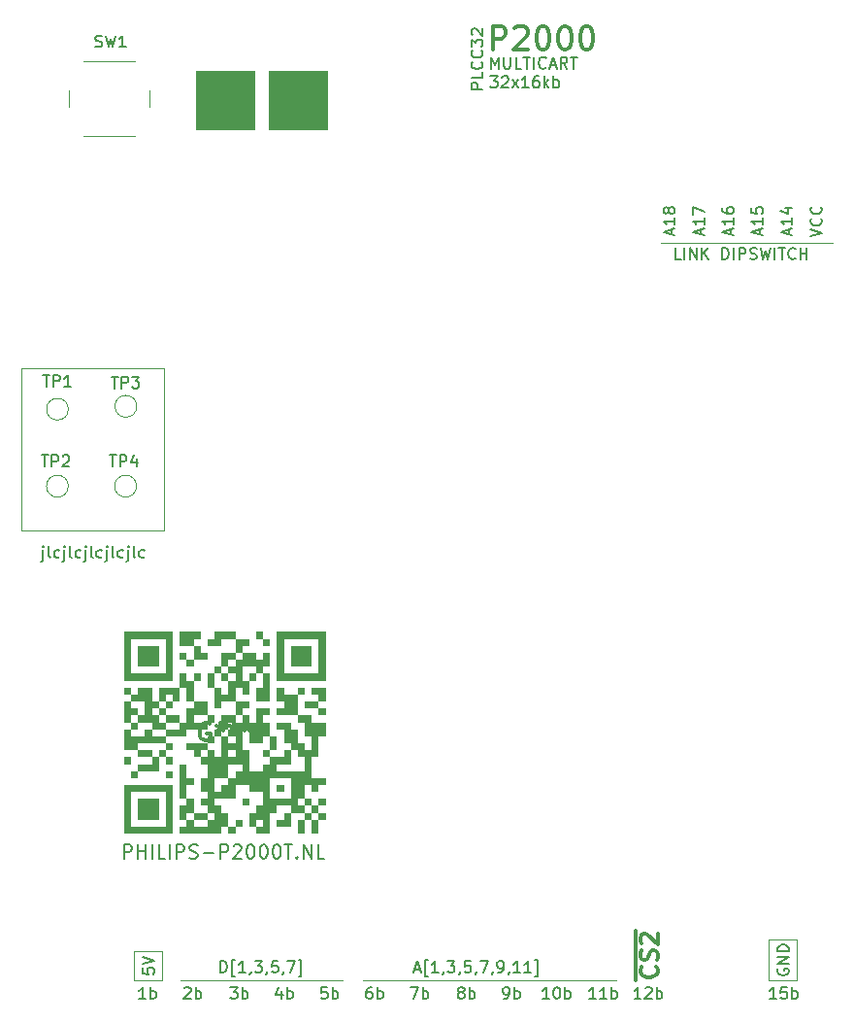
<source format=gbr>
G04 #@! TF.GenerationSoftware,KiCad,Pcbnew,(6.0.9)*
G04 #@! TF.CreationDate,2023-08-06T15:20:05+02:00*
G04 #@! TF.ProjectId,p2000t-multicartridge,70323030-3074-42d6-9d75-6c7469636172,rev?*
G04 #@! TF.SameCoordinates,Original*
G04 #@! TF.FileFunction,Legend,Top*
G04 #@! TF.FilePolarity,Positive*
%FSLAX46Y46*%
G04 Gerber Fmt 4.6, Leading zero omitted, Abs format (unit mm)*
G04 Created by KiCad (PCBNEW (6.0.9)) date 2023-08-06 15:20:05*
%MOMM*%
%LPD*%
G01*
G04 APERTURE LIST*
%ADD10C,0.200000*%
%ADD11C,0.120000*%
%ADD12C,0.150000*%
%ADD13C,0.300000*%
%ADD14C,2.000000*%
%ADD15C,1.500000*%
%ADD16R,1.600000X1.600000*%
%ADD17O,1.600000X1.600000*%
%ADD18C,1.600000*%
%ADD19R,1.700000X1.700000*%
%ADD20O,1.700000X1.700000*%
%ADD21R,2.000000X10.000000*%
%ADD22R,1.422400X1.422400*%
%ADD23C,1.422400*%
G04 APERTURE END LIST*
D10*
X53318857Y-120811857D02*
X53318857Y-119611857D01*
X53776000Y-119611857D01*
X53890285Y-119669000D01*
X53947428Y-119726142D01*
X54004571Y-119840428D01*
X54004571Y-120011857D01*
X53947428Y-120126142D01*
X53890285Y-120183285D01*
X53776000Y-120240428D01*
X53318857Y-120240428D01*
X54518857Y-120811857D02*
X54518857Y-119611857D01*
X54518857Y-120183285D02*
X55204571Y-120183285D01*
X55204571Y-120811857D02*
X55204571Y-119611857D01*
X55776000Y-120811857D02*
X55776000Y-119611857D01*
X56918857Y-120811857D02*
X56347428Y-120811857D01*
X56347428Y-119611857D01*
X57318857Y-120811857D02*
X57318857Y-119611857D01*
X57890285Y-120811857D02*
X57890285Y-119611857D01*
X58347428Y-119611857D01*
X58461714Y-119669000D01*
X58518857Y-119726142D01*
X58576000Y-119840428D01*
X58576000Y-120011857D01*
X58518857Y-120126142D01*
X58461714Y-120183285D01*
X58347428Y-120240428D01*
X57890285Y-120240428D01*
X59033142Y-120754714D02*
X59204571Y-120811857D01*
X59490285Y-120811857D01*
X59604571Y-120754714D01*
X59661714Y-120697571D01*
X59718857Y-120583285D01*
X59718857Y-120469000D01*
X59661714Y-120354714D01*
X59604571Y-120297571D01*
X59490285Y-120240428D01*
X59261714Y-120183285D01*
X59147428Y-120126142D01*
X59090285Y-120069000D01*
X59033142Y-119954714D01*
X59033142Y-119840428D01*
X59090285Y-119726142D01*
X59147428Y-119669000D01*
X59261714Y-119611857D01*
X59547428Y-119611857D01*
X59718857Y-119669000D01*
X60233142Y-120354714D02*
X61147428Y-120354714D01*
X61718857Y-120811857D02*
X61718857Y-119611857D01*
X62176000Y-119611857D01*
X62290285Y-119669000D01*
X62347428Y-119726142D01*
X62404571Y-119840428D01*
X62404571Y-120011857D01*
X62347428Y-120126142D01*
X62290285Y-120183285D01*
X62176000Y-120240428D01*
X61718857Y-120240428D01*
X62861714Y-119726142D02*
X62918857Y-119669000D01*
X63033142Y-119611857D01*
X63318857Y-119611857D01*
X63433142Y-119669000D01*
X63490285Y-119726142D01*
X63547428Y-119840428D01*
X63547428Y-119954714D01*
X63490285Y-120126142D01*
X62804571Y-120811857D01*
X63547428Y-120811857D01*
X64290285Y-119611857D02*
X64404571Y-119611857D01*
X64518857Y-119669000D01*
X64576000Y-119726142D01*
X64633142Y-119840428D01*
X64690285Y-120069000D01*
X64690285Y-120354714D01*
X64633142Y-120583285D01*
X64576000Y-120697571D01*
X64518857Y-120754714D01*
X64404571Y-120811857D01*
X64290285Y-120811857D01*
X64176000Y-120754714D01*
X64118857Y-120697571D01*
X64061714Y-120583285D01*
X64004571Y-120354714D01*
X64004571Y-120069000D01*
X64061714Y-119840428D01*
X64118857Y-119726142D01*
X64176000Y-119669000D01*
X64290285Y-119611857D01*
X65433142Y-119611857D02*
X65547428Y-119611857D01*
X65661714Y-119669000D01*
X65718857Y-119726142D01*
X65776000Y-119840428D01*
X65833142Y-120069000D01*
X65833142Y-120354714D01*
X65776000Y-120583285D01*
X65718857Y-120697571D01*
X65661714Y-120754714D01*
X65547428Y-120811857D01*
X65433142Y-120811857D01*
X65318857Y-120754714D01*
X65261714Y-120697571D01*
X65204571Y-120583285D01*
X65147428Y-120354714D01*
X65147428Y-120069000D01*
X65204571Y-119840428D01*
X65261714Y-119726142D01*
X65318857Y-119669000D01*
X65433142Y-119611857D01*
X66576000Y-119611857D02*
X66690285Y-119611857D01*
X66804571Y-119669000D01*
X66861714Y-119726142D01*
X66918857Y-119840428D01*
X66976000Y-120069000D01*
X66976000Y-120354714D01*
X66918857Y-120583285D01*
X66861714Y-120697571D01*
X66804571Y-120754714D01*
X66690285Y-120811857D01*
X66576000Y-120811857D01*
X66461714Y-120754714D01*
X66404571Y-120697571D01*
X66347428Y-120583285D01*
X66290285Y-120354714D01*
X66290285Y-120069000D01*
X66347428Y-119840428D01*
X66404571Y-119726142D01*
X66461714Y-119669000D01*
X66576000Y-119611857D01*
X67318857Y-119611857D02*
X68004571Y-119611857D01*
X67661714Y-120811857D02*
X67661714Y-119611857D01*
X68404571Y-120697571D02*
X68461714Y-120754714D01*
X68404571Y-120811857D01*
X68347428Y-120754714D01*
X68404571Y-120697571D01*
X68404571Y-120811857D01*
X68976000Y-120811857D02*
X68976000Y-119611857D01*
X69661714Y-120811857D01*
X69661714Y-119611857D01*
X70804571Y-120811857D02*
X70233142Y-120811857D01*
X70233142Y-119611857D01*
D11*
X65913000Y-52197000D02*
X70993000Y-52197000D01*
X70993000Y-52197000D02*
X70993000Y-57277000D01*
X70993000Y-57277000D02*
X65913000Y-57277000D01*
X65913000Y-57277000D02*
X65913000Y-52197000D01*
G36*
X65913000Y-52197000D02*
G01*
X70993000Y-52197000D01*
X70993000Y-57277000D01*
X65913000Y-57277000D01*
X65913000Y-52197000D01*
G37*
X59563000Y-52197000D02*
X64643000Y-52197000D01*
X64643000Y-52197000D02*
X64643000Y-57277000D01*
X64643000Y-57277000D02*
X59563000Y-57277000D01*
X59563000Y-57277000D02*
X59563000Y-52197000D01*
G36*
X59563000Y-52197000D02*
G01*
X64643000Y-52197000D01*
X64643000Y-57277000D01*
X59563000Y-57277000D01*
X59563000Y-52197000D01*
G37*
X54214000Y-128905000D02*
X54214000Y-131445000D01*
X109586000Y-131445000D02*
X111999000Y-131445000D01*
X109586000Y-127889000D02*
X109586000Y-131445000D01*
X44323000Y-78105000D02*
X44450000Y-78105000D01*
X74153000Y-131445000D02*
X96251000Y-131445000D01*
X45847000Y-92202000D02*
X44323000Y-92202000D01*
X56769000Y-78105000D02*
X56769000Y-92202000D01*
X44323000Y-92202000D02*
X44323000Y-78105000D01*
X58278000Y-131445000D02*
X72375000Y-131445000D01*
X111999000Y-131445000D02*
X111999000Y-127889000D01*
X56627000Y-131445000D02*
X56627000Y-128905000D01*
X100147000Y-67145000D02*
X115147000Y-67145000D01*
X56769000Y-92202000D02*
X45847000Y-92202000D01*
X111999000Y-127889000D02*
X109586000Y-127889000D01*
X44450000Y-78105000D02*
X56769000Y-78105000D01*
X54214000Y-131445000D02*
X56627000Y-131445000D01*
X56627000Y-128905000D02*
X54214000Y-128905000D01*
D12*
X86464142Y-133040380D02*
X86654619Y-133040380D01*
X86749857Y-132992761D01*
X86797476Y-132945142D01*
X86892714Y-132802285D01*
X86940333Y-132611809D01*
X86940333Y-132230857D01*
X86892714Y-132135619D01*
X86845095Y-132088000D01*
X86749857Y-132040380D01*
X86559380Y-132040380D01*
X86464142Y-132088000D01*
X86416523Y-132135619D01*
X86368904Y-132230857D01*
X86368904Y-132468952D01*
X86416523Y-132564190D01*
X86464142Y-132611809D01*
X86559380Y-132659428D01*
X86749857Y-132659428D01*
X86845095Y-132611809D01*
X86892714Y-132564190D01*
X86940333Y-132468952D01*
X87368904Y-133040380D02*
X87368904Y-132040380D01*
X87368904Y-132421333D02*
X87464142Y-132373714D01*
X87654619Y-132373714D01*
X87749857Y-132421333D01*
X87797476Y-132468952D01*
X87845095Y-132564190D01*
X87845095Y-132849904D01*
X87797476Y-132945142D01*
X87749857Y-132992761D01*
X87654619Y-133040380D01*
X87464142Y-133040380D01*
X87368904Y-132992761D01*
X74907095Y-132040380D02*
X74716619Y-132040380D01*
X74621380Y-132088000D01*
X74573761Y-132135619D01*
X74478523Y-132278476D01*
X74430904Y-132468952D01*
X74430904Y-132849904D01*
X74478523Y-132945142D01*
X74526142Y-132992761D01*
X74621380Y-133040380D01*
X74811857Y-133040380D01*
X74907095Y-132992761D01*
X74954714Y-132945142D01*
X75002333Y-132849904D01*
X75002333Y-132611809D01*
X74954714Y-132516571D01*
X74907095Y-132468952D01*
X74811857Y-132421333D01*
X74621380Y-132421333D01*
X74526142Y-132468952D01*
X74478523Y-132516571D01*
X74430904Y-132611809D01*
X75430904Y-133040380D02*
X75430904Y-132040380D01*
X75430904Y-132421333D02*
X75526142Y-132373714D01*
X75716619Y-132373714D01*
X75811857Y-132421333D01*
X75859476Y-132468952D01*
X75907095Y-132564190D01*
X75907095Y-132849904D01*
X75859476Y-132945142D01*
X75811857Y-132992761D01*
X75716619Y-133040380D01*
X75526142Y-133040380D01*
X75430904Y-132992761D01*
X82622380Y-132468952D02*
X82527142Y-132421333D01*
X82479523Y-132373714D01*
X82431904Y-132278476D01*
X82431904Y-132230857D01*
X82479523Y-132135619D01*
X82527142Y-132088000D01*
X82622380Y-132040380D01*
X82812857Y-132040380D01*
X82908095Y-132088000D01*
X82955714Y-132135619D01*
X83003333Y-132230857D01*
X83003333Y-132278476D01*
X82955714Y-132373714D01*
X82908095Y-132421333D01*
X82812857Y-132468952D01*
X82622380Y-132468952D01*
X82527142Y-132516571D01*
X82479523Y-132564190D01*
X82431904Y-132659428D01*
X82431904Y-132849904D01*
X82479523Y-132945142D01*
X82527142Y-132992761D01*
X82622380Y-133040380D01*
X82812857Y-133040380D01*
X82908095Y-132992761D01*
X82955714Y-132945142D01*
X83003333Y-132849904D01*
X83003333Y-132659428D01*
X82955714Y-132564190D01*
X82908095Y-132516571D01*
X82812857Y-132468952D01*
X83431904Y-133040380D02*
X83431904Y-132040380D01*
X83431904Y-132421333D02*
X83527142Y-132373714D01*
X83717619Y-132373714D01*
X83812857Y-132421333D01*
X83860476Y-132468952D01*
X83908095Y-132564190D01*
X83908095Y-132849904D01*
X83860476Y-132945142D01*
X83812857Y-132992761D01*
X83717619Y-133040380D01*
X83527142Y-133040380D01*
X83431904Y-132992761D01*
X67033095Y-132373714D02*
X67033095Y-133040380D01*
X66795000Y-131992761D02*
X66556904Y-132707047D01*
X67175952Y-132707047D01*
X67556904Y-133040380D02*
X67556904Y-132040380D01*
X67556904Y-132421333D02*
X67652142Y-132373714D01*
X67842619Y-132373714D01*
X67937857Y-132421333D01*
X67985476Y-132468952D01*
X68033095Y-132564190D01*
X68033095Y-132849904D01*
X67985476Y-132945142D01*
X67937857Y-132992761D01*
X67842619Y-133040380D01*
X67652142Y-133040380D01*
X67556904Y-132992761D01*
X55190333Y-133040380D02*
X54618904Y-133040380D01*
X54904619Y-133040380D02*
X54904619Y-132040380D01*
X54809380Y-132183238D01*
X54714142Y-132278476D01*
X54618904Y-132326095D01*
X55618904Y-133040380D02*
X55618904Y-132040380D01*
X55618904Y-132421333D02*
X55714142Y-132373714D01*
X55904619Y-132373714D01*
X55999857Y-132421333D01*
X56047476Y-132468952D01*
X56095095Y-132564190D01*
X56095095Y-132849904D01*
X56047476Y-132945142D01*
X55999857Y-132992761D01*
X55904619Y-133040380D01*
X55714142Y-133040380D01*
X55618904Y-132992761D01*
X58555904Y-132135619D02*
X58603523Y-132088000D01*
X58698761Y-132040380D01*
X58936857Y-132040380D01*
X59032095Y-132088000D01*
X59079714Y-132135619D01*
X59127333Y-132230857D01*
X59127333Y-132326095D01*
X59079714Y-132468952D01*
X58508285Y-133040380D01*
X59127333Y-133040380D01*
X59555904Y-133040380D02*
X59555904Y-132040380D01*
X59555904Y-132421333D02*
X59651142Y-132373714D01*
X59841619Y-132373714D01*
X59936857Y-132421333D01*
X59984476Y-132468952D01*
X60032095Y-132564190D01*
X60032095Y-132849904D01*
X59984476Y-132945142D01*
X59936857Y-132992761D01*
X59841619Y-133040380D01*
X59651142Y-133040380D01*
X59555904Y-132992761D01*
X71017714Y-132040380D02*
X70541523Y-132040380D01*
X70493904Y-132516571D01*
X70541523Y-132468952D01*
X70636761Y-132421333D01*
X70874857Y-132421333D01*
X70970095Y-132468952D01*
X71017714Y-132516571D01*
X71065333Y-132611809D01*
X71065333Y-132849904D01*
X71017714Y-132945142D01*
X70970095Y-132992761D01*
X70874857Y-133040380D01*
X70636761Y-133040380D01*
X70541523Y-132992761D01*
X70493904Y-132945142D01*
X71493904Y-133040380D02*
X71493904Y-132040380D01*
X71493904Y-132421333D02*
X71589142Y-132373714D01*
X71779619Y-132373714D01*
X71874857Y-132421333D01*
X71922476Y-132468952D01*
X71970095Y-132564190D01*
X71970095Y-132849904D01*
X71922476Y-132945142D01*
X71874857Y-132992761D01*
X71779619Y-133040380D01*
X71589142Y-133040380D01*
X71493904Y-132992761D01*
X78320285Y-132040380D02*
X78986952Y-132040380D01*
X78558380Y-133040380D01*
X79367904Y-133040380D02*
X79367904Y-132040380D01*
X79367904Y-132421333D02*
X79463142Y-132373714D01*
X79653619Y-132373714D01*
X79748857Y-132421333D01*
X79796476Y-132468952D01*
X79844095Y-132564190D01*
X79844095Y-132849904D01*
X79796476Y-132945142D01*
X79748857Y-132992761D01*
X79653619Y-133040380D01*
X79463142Y-133040380D01*
X79367904Y-132992761D01*
X94465142Y-133040380D02*
X93893714Y-133040380D01*
X94179428Y-133040380D02*
X94179428Y-132040380D01*
X94084190Y-132183238D01*
X93988952Y-132278476D01*
X93893714Y-132326095D01*
X95417523Y-133040380D02*
X94846095Y-133040380D01*
X95131809Y-133040380D02*
X95131809Y-132040380D01*
X95036571Y-132183238D01*
X94941333Y-132278476D01*
X94846095Y-132326095D01*
X95846095Y-133040380D02*
X95846095Y-132040380D01*
X95846095Y-132421333D02*
X95941333Y-132373714D01*
X96131809Y-132373714D01*
X96227047Y-132421333D01*
X96274666Y-132468952D01*
X96322285Y-132564190D01*
X96322285Y-132849904D01*
X96274666Y-132945142D01*
X96227047Y-132992761D01*
X96131809Y-133040380D01*
X95941333Y-133040380D01*
X95846095Y-132992761D01*
X98402142Y-133040380D02*
X97830714Y-133040380D01*
X98116428Y-133040380D02*
X98116428Y-132040380D01*
X98021190Y-132183238D01*
X97925952Y-132278476D01*
X97830714Y-132326095D01*
X98783095Y-132135619D02*
X98830714Y-132088000D01*
X98925952Y-132040380D01*
X99164047Y-132040380D01*
X99259285Y-132088000D01*
X99306904Y-132135619D01*
X99354523Y-132230857D01*
X99354523Y-132326095D01*
X99306904Y-132468952D01*
X98735476Y-133040380D01*
X99354523Y-133040380D01*
X99783095Y-133040380D02*
X99783095Y-132040380D01*
X99783095Y-132421333D02*
X99878333Y-132373714D01*
X100068809Y-132373714D01*
X100164047Y-132421333D01*
X100211666Y-132468952D01*
X100259285Y-132564190D01*
X100259285Y-132849904D01*
X100211666Y-132945142D01*
X100164047Y-132992761D01*
X100068809Y-133040380D01*
X99878333Y-133040380D01*
X99783095Y-132992761D01*
X110213142Y-133040380D02*
X109641714Y-133040380D01*
X109927428Y-133040380D02*
X109927428Y-132040380D01*
X109832190Y-132183238D01*
X109736952Y-132278476D01*
X109641714Y-132326095D01*
X111117904Y-132040380D02*
X110641714Y-132040380D01*
X110594095Y-132516571D01*
X110641714Y-132468952D01*
X110736952Y-132421333D01*
X110975047Y-132421333D01*
X111070285Y-132468952D01*
X111117904Y-132516571D01*
X111165523Y-132611809D01*
X111165523Y-132849904D01*
X111117904Y-132945142D01*
X111070285Y-132992761D01*
X110975047Y-133040380D01*
X110736952Y-133040380D01*
X110641714Y-132992761D01*
X110594095Y-132945142D01*
X111594095Y-133040380D02*
X111594095Y-132040380D01*
X111594095Y-132421333D02*
X111689333Y-132373714D01*
X111879809Y-132373714D01*
X111975047Y-132421333D01*
X112022666Y-132468952D01*
X112070285Y-132564190D01*
X112070285Y-132849904D01*
X112022666Y-132945142D01*
X111975047Y-132992761D01*
X111879809Y-133040380D01*
X111689333Y-133040380D01*
X111594095Y-132992761D01*
X62572285Y-132040380D02*
X63191333Y-132040380D01*
X62858000Y-132421333D01*
X63000857Y-132421333D01*
X63096095Y-132468952D01*
X63143714Y-132516571D01*
X63191333Y-132611809D01*
X63191333Y-132849904D01*
X63143714Y-132945142D01*
X63096095Y-132992761D01*
X63000857Y-133040380D01*
X62715142Y-133040380D01*
X62619904Y-132992761D01*
X62572285Y-132945142D01*
X63619904Y-133040380D02*
X63619904Y-132040380D01*
X63619904Y-132421333D02*
X63715142Y-132373714D01*
X63905619Y-132373714D01*
X64000857Y-132421333D01*
X64048476Y-132468952D01*
X64096095Y-132564190D01*
X64096095Y-132849904D01*
X64048476Y-132945142D01*
X64000857Y-132992761D01*
X63905619Y-133040380D01*
X63715142Y-133040380D01*
X63619904Y-132992761D01*
X90401142Y-133040380D02*
X89829714Y-133040380D01*
X90115428Y-133040380D02*
X90115428Y-132040380D01*
X90020190Y-132183238D01*
X89924952Y-132278476D01*
X89829714Y-132326095D01*
X91020190Y-132040380D02*
X91115428Y-132040380D01*
X91210666Y-132088000D01*
X91258285Y-132135619D01*
X91305904Y-132230857D01*
X91353523Y-132421333D01*
X91353523Y-132659428D01*
X91305904Y-132849904D01*
X91258285Y-132945142D01*
X91210666Y-132992761D01*
X91115428Y-133040380D01*
X91020190Y-133040380D01*
X90924952Y-132992761D01*
X90877333Y-132945142D01*
X90829714Y-132849904D01*
X90782095Y-132659428D01*
X90782095Y-132421333D01*
X90829714Y-132230857D01*
X90877333Y-132135619D01*
X90924952Y-132088000D01*
X91020190Y-132040380D01*
X91782095Y-133040380D02*
X91782095Y-132040380D01*
X91782095Y-132421333D02*
X91877333Y-132373714D01*
X92067809Y-132373714D01*
X92163047Y-132421333D01*
X92210666Y-132468952D01*
X92258285Y-132564190D01*
X92258285Y-132849904D01*
X92210666Y-132945142D01*
X92163047Y-132992761D01*
X92067809Y-133040380D01*
X91877333Y-133040380D01*
X91782095Y-132992761D01*
X110356000Y-130428904D02*
X110308380Y-130524142D01*
X110308380Y-130667000D01*
X110356000Y-130809857D01*
X110451238Y-130905095D01*
X110546476Y-130952714D01*
X110736952Y-131000333D01*
X110879809Y-131000333D01*
X111070285Y-130952714D01*
X111165523Y-130905095D01*
X111260761Y-130809857D01*
X111308380Y-130667000D01*
X111308380Y-130571761D01*
X111260761Y-130428904D01*
X111213142Y-130381285D01*
X110879809Y-130381285D01*
X110879809Y-130571761D01*
X111308380Y-129952714D02*
X110308380Y-129952714D01*
X111308380Y-129381285D01*
X110308380Y-129381285D01*
X111308380Y-128905095D02*
X110308380Y-128905095D01*
X110308380Y-128667000D01*
X110356000Y-128524142D01*
X110451238Y-128428904D01*
X110546476Y-128381285D01*
X110736952Y-128333666D01*
X110879809Y-128333666D01*
X111070285Y-128381285D01*
X111165523Y-128428904D01*
X111260761Y-128524142D01*
X111308380Y-128667000D01*
X111308380Y-128905095D01*
X108762866Y-66436476D02*
X108762866Y-65960285D01*
X109048580Y-66531714D02*
X108048580Y-66198380D01*
X109048580Y-65865047D01*
X109048580Y-65007904D02*
X109048580Y-65579333D01*
X109048580Y-65293619D02*
X108048580Y-65293619D01*
X108191438Y-65388857D01*
X108286676Y-65484095D01*
X108334295Y-65579333D01*
X108048580Y-64103142D02*
X108048580Y-64579333D01*
X108524771Y-64626952D01*
X108477152Y-64579333D01*
X108429533Y-64484095D01*
X108429533Y-64246000D01*
X108477152Y-64150761D01*
X108524771Y-64103142D01*
X108620009Y-64055523D01*
X108858104Y-64055523D01*
X108953342Y-64103142D01*
X109000961Y-64150761D01*
X109048580Y-64246000D01*
X109048580Y-64484095D01*
X109000961Y-64579333D01*
X108953342Y-64626952D01*
X106202066Y-66436476D02*
X106202066Y-65960285D01*
X106487780Y-66531714D02*
X105487780Y-66198380D01*
X106487780Y-65865047D01*
X106487780Y-65007904D02*
X106487780Y-65579333D01*
X106487780Y-65293619D02*
X105487780Y-65293619D01*
X105630638Y-65388857D01*
X105725876Y-65484095D01*
X105773495Y-65579333D01*
X105487780Y-64150761D02*
X105487780Y-64341238D01*
X105535400Y-64436476D01*
X105583019Y-64484095D01*
X105725876Y-64579333D01*
X105916352Y-64626952D01*
X106297304Y-64626952D01*
X106392542Y-64579333D01*
X106440161Y-64531714D01*
X106487780Y-64436476D01*
X106487780Y-64246000D01*
X106440161Y-64150761D01*
X106392542Y-64103142D01*
X106297304Y-64055523D01*
X106059209Y-64055523D01*
X105963971Y-64103142D01*
X105916352Y-64150761D01*
X105868733Y-64246000D01*
X105868733Y-64436476D01*
X105916352Y-64531714D01*
X105963971Y-64579333D01*
X106059209Y-64626952D01*
X103641266Y-66436476D02*
X103641266Y-65960285D01*
X103926980Y-66531714D02*
X102926980Y-66198380D01*
X103926980Y-65865047D01*
X103926980Y-65007904D02*
X103926980Y-65579333D01*
X103926980Y-65293619D02*
X102926980Y-65293619D01*
X103069838Y-65388857D01*
X103165076Y-65484095D01*
X103212695Y-65579333D01*
X102926980Y-64674571D02*
X102926980Y-64007904D01*
X103926980Y-64436476D01*
X101080466Y-66436476D02*
X101080466Y-65960285D01*
X101366180Y-66531714D02*
X100366180Y-66198380D01*
X101366180Y-65865047D01*
X101366180Y-65007904D02*
X101366180Y-65579333D01*
X101366180Y-65293619D02*
X100366180Y-65293619D01*
X100509038Y-65388857D01*
X100604276Y-65484095D01*
X100651895Y-65579333D01*
X100794752Y-64436476D02*
X100747133Y-64531714D01*
X100699514Y-64579333D01*
X100604276Y-64626952D01*
X100556657Y-64626952D01*
X100461419Y-64579333D01*
X100413800Y-64531714D01*
X100366180Y-64436476D01*
X100366180Y-64246000D01*
X100413800Y-64150761D01*
X100461419Y-64103142D01*
X100556657Y-64055523D01*
X100604276Y-64055523D01*
X100699514Y-64103142D01*
X100747133Y-64150761D01*
X100794752Y-64246000D01*
X100794752Y-64436476D01*
X100842371Y-64531714D01*
X100889990Y-64579333D01*
X100985228Y-64626952D01*
X101175704Y-64626952D01*
X101270942Y-64579333D01*
X101318561Y-64531714D01*
X101366180Y-64436476D01*
X101366180Y-64246000D01*
X101318561Y-64150761D01*
X101270942Y-64103142D01*
X101175704Y-64055523D01*
X100985228Y-64055523D01*
X100889990Y-64103142D01*
X100842371Y-64150761D01*
X100794752Y-64246000D01*
X111323666Y-66436476D02*
X111323666Y-65960285D01*
X111609380Y-66531714D02*
X110609380Y-66198380D01*
X111609380Y-65865047D01*
X111609380Y-65007904D02*
X111609380Y-65579333D01*
X111609380Y-65293619D02*
X110609380Y-65293619D01*
X110752238Y-65388857D01*
X110847476Y-65484095D01*
X110895095Y-65579333D01*
X110942714Y-64150761D02*
X111609380Y-64150761D01*
X110561761Y-64388857D02*
X111276047Y-64626952D01*
X111276047Y-64007904D01*
X84599380Y-53764047D02*
X83599380Y-53764047D01*
X83599380Y-53383095D01*
X83647000Y-53287857D01*
X83694619Y-53240238D01*
X83789857Y-53192619D01*
X83932714Y-53192619D01*
X84027952Y-53240238D01*
X84075571Y-53287857D01*
X84123190Y-53383095D01*
X84123190Y-53764047D01*
X84599380Y-52287857D02*
X84599380Y-52764047D01*
X83599380Y-52764047D01*
X84504142Y-51383095D02*
X84551761Y-51430714D01*
X84599380Y-51573571D01*
X84599380Y-51668809D01*
X84551761Y-51811666D01*
X84456523Y-51906904D01*
X84361285Y-51954523D01*
X84170809Y-52002142D01*
X84027952Y-52002142D01*
X83837476Y-51954523D01*
X83742238Y-51906904D01*
X83647000Y-51811666D01*
X83599380Y-51668809D01*
X83599380Y-51573571D01*
X83647000Y-51430714D01*
X83694619Y-51383095D01*
X84504142Y-50383095D02*
X84551761Y-50430714D01*
X84599380Y-50573571D01*
X84599380Y-50668809D01*
X84551761Y-50811666D01*
X84456523Y-50906904D01*
X84361285Y-50954523D01*
X84170809Y-51002142D01*
X84027952Y-51002142D01*
X83837476Y-50954523D01*
X83742238Y-50906904D01*
X83647000Y-50811666D01*
X83599380Y-50668809D01*
X83599380Y-50573571D01*
X83647000Y-50430714D01*
X83694619Y-50383095D01*
X83599380Y-50049761D02*
X83599380Y-49430714D01*
X83980333Y-49764047D01*
X83980333Y-49621190D01*
X84027952Y-49525952D01*
X84075571Y-49478333D01*
X84170809Y-49430714D01*
X84408904Y-49430714D01*
X84504142Y-49478333D01*
X84551761Y-49525952D01*
X84599380Y-49621190D01*
X84599380Y-49906904D01*
X84551761Y-50002142D01*
X84504142Y-50049761D01*
X83694619Y-49049761D02*
X83647000Y-49002142D01*
X83599380Y-48906904D01*
X83599380Y-48668809D01*
X83647000Y-48573571D01*
X83694619Y-48525952D01*
X83789857Y-48478333D01*
X83885095Y-48478333D01*
X84027952Y-48525952D01*
X84599380Y-49097380D01*
X84599380Y-48478333D01*
X85307323Y-51971380D02*
X85307323Y-50971380D01*
X85640657Y-51685666D01*
X85973990Y-50971380D01*
X85973990Y-51971380D01*
X86450180Y-50971380D02*
X86450180Y-51780904D01*
X86497800Y-51876142D01*
X86545419Y-51923761D01*
X86640657Y-51971380D01*
X86831133Y-51971380D01*
X86926371Y-51923761D01*
X86973990Y-51876142D01*
X87021609Y-51780904D01*
X87021609Y-50971380D01*
X87973990Y-51971380D02*
X87497800Y-51971380D01*
X87497800Y-50971380D01*
X88164466Y-50971380D02*
X88735895Y-50971380D01*
X88450180Y-51971380D02*
X88450180Y-50971380D01*
X89069228Y-51971380D02*
X89069228Y-50971380D01*
X90116847Y-51876142D02*
X90069228Y-51923761D01*
X89926371Y-51971380D01*
X89831133Y-51971380D01*
X89688276Y-51923761D01*
X89593038Y-51828523D01*
X89545419Y-51733285D01*
X89497800Y-51542809D01*
X89497800Y-51399952D01*
X89545419Y-51209476D01*
X89593038Y-51114238D01*
X89688276Y-51019000D01*
X89831133Y-50971380D01*
X89926371Y-50971380D01*
X90069228Y-51019000D01*
X90116847Y-51066619D01*
X90497800Y-51685666D02*
X90973990Y-51685666D01*
X90402561Y-51971380D02*
X90735895Y-50971380D01*
X91069228Y-51971380D01*
X91973990Y-51971380D02*
X91640657Y-51495190D01*
X91402561Y-51971380D02*
X91402561Y-50971380D01*
X91783514Y-50971380D01*
X91878752Y-51019000D01*
X91926371Y-51066619D01*
X91973990Y-51161857D01*
X91973990Y-51304714D01*
X91926371Y-51399952D01*
X91878752Y-51447571D01*
X91783514Y-51495190D01*
X91402561Y-51495190D01*
X92259704Y-50971380D02*
X92831133Y-50971380D01*
X92545419Y-51971380D02*
X92545419Y-50971380D01*
D13*
X85484790Y-50298761D02*
X85484790Y-48298761D01*
X86246695Y-48298761D01*
X86437171Y-48394000D01*
X86532409Y-48489238D01*
X86627647Y-48679714D01*
X86627647Y-48965428D01*
X86532409Y-49155904D01*
X86437171Y-49251142D01*
X86246695Y-49346380D01*
X85484790Y-49346380D01*
X87389552Y-48489238D02*
X87484790Y-48394000D01*
X87675266Y-48298761D01*
X88151457Y-48298761D01*
X88341933Y-48394000D01*
X88437171Y-48489238D01*
X88532409Y-48679714D01*
X88532409Y-48870190D01*
X88437171Y-49155904D01*
X87294314Y-50298761D01*
X88532409Y-50298761D01*
X89770504Y-48298761D02*
X89960980Y-48298761D01*
X90151457Y-48394000D01*
X90246695Y-48489238D01*
X90341933Y-48679714D01*
X90437171Y-49060666D01*
X90437171Y-49536857D01*
X90341933Y-49917809D01*
X90246695Y-50108285D01*
X90151457Y-50203523D01*
X89960980Y-50298761D01*
X89770504Y-50298761D01*
X89580028Y-50203523D01*
X89484790Y-50108285D01*
X89389552Y-49917809D01*
X89294314Y-49536857D01*
X89294314Y-49060666D01*
X89389552Y-48679714D01*
X89484790Y-48489238D01*
X89580028Y-48394000D01*
X89770504Y-48298761D01*
X91675266Y-48298761D02*
X91865742Y-48298761D01*
X92056219Y-48394000D01*
X92151457Y-48489238D01*
X92246695Y-48679714D01*
X92341933Y-49060666D01*
X92341933Y-49536857D01*
X92246695Y-49917809D01*
X92151457Y-50108285D01*
X92056219Y-50203523D01*
X91865742Y-50298761D01*
X91675266Y-50298761D01*
X91484790Y-50203523D01*
X91389552Y-50108285D01*
X91294314Y-49917809D01*
X91199076Y-49536857D01*
X91199076Y-49060666D01*
X91294314Y-48679714D01*
X91389552Y-48489238D01*
X91484790Y-48394000D01*
X91675266Y-48298761D01*
X93580028Y-48298761D02*
X93770504Y-48298761D01*
X93960980Y-48394000D01*
X94056219Y-48489238D01*
X94151457Y-48679714D01*
X94246695Y-49060666D01*
X94246695Y-49536857D01*
X94151457Y-49917809D01*
X94056219Y-50108285D01*
X93960980Y-50203523D01*
X93770504Y-50298761D01*
X93580028Y-50298761D01*
X93389552Y-50203523D01*
X93294314Y-50108285D01*
X93199076Y-49917809D01*
X93103838Y-49536857D01*
X93103838Y-49060666D01*
X93199076Y-48679714D01*
X93294314Y-48489238D01*
X93389552Y-48394000D01*
X93580028Y-48298761D01*
D12*
X85262790Y-52647780D02*
X85881838Y-52647780D01*
X85548504Y-53028733D01*
X85691361Y-53028733D01*
X85786600Y-53076352D01*
X85834219Y-53123971D01*
X85881838Y-53219209D01*
X85881838Y-53457304D01*
X85834219Y-53552542D01*
X85786600Y-53600161D01*
X85691361Y-53647780D01*
X85405647Y-53647780D01*
X85310409Y-53600161D01*
X85262790Y-53552542D01*
X86262790Y-52743019D02*
X86310409Y-52695400D01*
X86405647Y-52647780D01*
X86643742Y-52647780D01*
X86738980Y-52695400D01*
X86786600Y-52743019D01*
X86834219Y-52838257D01*
X86834219Y-52933495D01*
X86786600Y-53076352D01*
X86215171Y-53647780D01*
X86834219Y-53647780D01*
X87167552Y-53647780D02*
X87691361Y-52981114D01*
X87167552Y-52981114D02*
X87691361Y-53647780D01*
X88596123Y-53647780D02*
X88024695Y-53647780D01*
X88310409Y-53647780D02*
X88310409Y-52647780D01*
X88215171Y-52790638D01*
X88119933Y-52885876D01*
X88024695Y-52933495D01*
X89453266Y-52647780D02*
X89262790Y-52647780D01*
X89167552Y-52695400D01*
X89119933Y-52743019D01*
X89024695Y-52885876D01*
X88977076Y-53076352D01*
X88977076Y-53457304D01*
X89024695Y-53552542D01*
X89072314Y-53600161D01*
X89167552Y-53647780D01*
X89358028Y-53647780D01*
X89453266Y-53600161D01*
X89500885Y-53552542D01*
X89548504Y-53457304D01*
X89548504Y-53219209D01*
X89500885Y-53123971D01*
X89453266Y-53076352D01*
X89358028Y-53028733D01*
X89167552Y-53028733D01*
X89072314Y-53076352D01*
X89024695Y-53123971D01*
X88977076Y-53219209D01*
X89977076Y-53647780D02*
X89977076Y-52647780D01*
X90072314Y-53266828D02*
X90358028Y-53647780D01*
X90358028Y-52981114D02*
X89977076Y-53362066D01*
X90786600Y-53647780D02*
X90786600Y-52647780D01*
X90786600Y-53028733D02*
X90881838Y-52981114D01*
X91072314Y-52981114D01*
X91167552Y-53028733D01*
X91215171Y-53076352D01*
X91262790Y-53171590D01*
X91262790Y-53457304D01*
X91215171Y-53552542D01*
X91167552Y-53600161D01*
X91072314Y-53647780D01*
X90881838Y-53647780D01*
X90786600Y-53600161D01*
X78630428Y-130468666D02*
X79106619Y-130468666D01*
X78535190Y-130754380D02*
X78868523Y-129754380D01*
X79201857Y-130754380D01*
X79820904Y-131087714D02*
X79582809Y-131087714D01*
X79582809Y-129659142D01*
X79820904Y-129659142D01*
X80725666Y-130754380D02*
X80154238Y-130754380D01*
X80439952Y-130754380D02*
X80439952Y-129754380D01*
X80344714Y-129897238D01*
X80249476Y-129992476D01*
X80154238Y-130040095D01*
X81201857Y-130706761D02*
X81201857Y-130754380D01*
X81154238Y-130849619D01*
X81106619Y-130897238D01*
X81535190Y-129754380D02*
X82154238Y-129754380D01*
X81820904Y-130135333D01*
X81963761Y-130135333D01*
X82059000Y-130182952D01*
X82106619Y-130230571D01*
X82154238Y-130325809D01*
X82154238Y-130563904D01*
X82106619Y-130659142D01*
X82059000Y-130706761D01*
X81963761Y-130754380D01*
X81678047Y-130754380D01*
X81582809Y-130706761D01*
X81535190Y-130659142D01*
X82630428Y-130706761D02*
X82630428Y-130754380D01*
X82582809Y-130849619D01*
X82535190Y-130897238D01*
X83535190Y-129754380D02*
X83059000Y-129754380D01*
X83011380Y-130230571D01*
X83059000Y-130182952D01*
X83154238Y-130135333D01*
X83392333Y-130135333D01*
X83487571Y-130182952D01*
X83535190Y-130230571D01*
X83582809Y-130325809D01*
X83582809Y-130563904D01*
X83535190Y-130659142D01*
X83487571Y-130706761D01*
X83392333Y-130754380D01*
X83154238Y-130754380D01*
X83059000Y-130706761D01*
X83011380Y-130659142D01*
X84059000Y-130706761D02*
X84059000Y-130754380D01*
X84011380Y-130849619D01*
X83963761Y-130897238D01*
X84392333Y-129754380D02*
X85059000Y-129754380D01*
X84630428Y-130754380D01*
X85487571Y-130706761D02*
X85487571Y-130754380D01*
X85439952Y-130849619D01*
X85392333Y-130897238D01*
X85963761Y-130754380D02*
X86154238Y-130754380D01*
X86249476Y-130706761D01*
X86297095Y-130659142D01*
X86392333Y-130516285D01*
X86439952Y-130325809D01*
X86439952Y-129944857D01*
X86392333Y-129849619D01*
X86344714Y-129802000D01*
X86249476Y-129754380D01*
X86059000Y-129754380D01*
X85963761Y-129802000D01*
X85916142Y-129849619D01*
X85868523Y-129944857D01*
X85868523Y-130182952D01*
X85916142Y-130278190D01*
X85963761Y-130325809D01*
X86059000Y-130373428D01*
X86249476Y-130373428D01*
X86344714Y-130325809D01*
X86392333Y-130278190D01*
X86439952Y-130182952D01*
X86916142Y-130706761D02*
X86916142Y-130754380D01*
X86868523Y-130849619D01*
X86820904Y-130897238D01*
X87868523Y-130754380D02*
X87297095Y-130754380D01*
X87582809Y-130754380D02*
X87582809Y-129754380D01*
X87487571Y-129897238D01*
X87392333Y-129992476D01*
X87297095Y-130040095D01*
X88820904Y-130754380D02*
X88249476Y-130754380D01*
X88535190Y-130754380D02*
X88535190Y-129754380D01*
X88439952Y-129897238D01*
X88344714Y-129992476D01*
X88249476Y-130040095D01*
X89154238Y-131087714D02*
X89392333Y-131087714D01*
X89392333Y-129659142D01*
X89154238Y-129659142D01*
X101885095Y-68597380D02*
X101408904Y-68597380D01*
X101408904Y-67597380D01*
X102218428Y-68597380D02*
X102218428Y-67597380D01*
X102694619Y-68597380D02*
X102694619Y-67597380D01*
X103266047Y-68597380D01*
X103266047Y-67597380D01*
X103742238Y-68597380D02*
X103742238Y-67597380D01*
X104313666Y-68597380D02*
X103885095Y-68025952D01*
X104313666Y-67597380D02*
X103742238Y-68168809D01*
X105504142Y-68597380D02*
X105504142Y-67597380D01*
X105742238Y-67597380D01*
X105885095Y-67645000D01*
X105980333Y-67740238D01*
X106027952Y-67835476D01*
X106075571Y-68025952D01*
X106075571Y-68168809D01*
X106027952Y-68359285D01*
X105980333Y-68454523D01*
X105885095Y-68549761D01*
X105742238Y-68597380D01*
X105504142Y-68597380D01*
X106504142Y-68597380D02*
X106504142Y-67597380D01*
X106980333Y-68597380D02*
X106980333Y-67597380D01*
X107361285Y-67597380D01*
X107456523Y-67645000D01*
X107504142Y-67692619D01*
X107551761Y-67787857D01*
X107551761Y-67930714D01*
X107504142Y-68025952D01*
X107456523Y-68073571D01*
X107361285Y-68121190D01*
X106980333Y-68121190D01*
X107932714Y-68549761D02*
X108075571Y-68597380D01*
X108313666Y-68597380D01*
X108408904Y-68549761D01*
X108456523Y-68502142D01*
X108504142Y-68406904D01*
X108504142Y-68311666D01*
X108456523Y-68216428D01*
X108408904Y-68168809D01*
X108313666Y-68121190D01*
X108123190Y-68073571D01*
X108027952Y-68025952D01*
X107980333Y-67978333D01*
X107932714Y-67883095D01*
X107932714Y-67787857D01*
X107980333Y-67692619D01*
X108027952Y-67645000D01*
X108123190Y-67597380D01*
X108361285Y-67597380D01*
X108504142Y-67645000D01*
X108837476Y-67597380D02*
X109075571Y-68597380D01*
X109266047Y-67883095D01*
X109456523Y-68597380D01*
X109694619Y-67597380D01*
X110075571Y-68597380D02*
X110075571Y-67597380D01*
X110408904Y-67597380D02*
X110980333Y-67597380D01*
X110694619Y-68597380D02*
X110694619Y-67597380D01*
X111885095Y-68502142D02*
X111837476Y-68549761D01*
X111694619Y-68597380D01*
X111599380Y-68597380D01*
X111456523Y-68549761D01*
X111361285Y-68454523D01*
X111313666Y-68359285D01*
X111266047Y-68168809D01*
X111266047Y-68025952D01*
X111313666Y-67835476D01*
X111361285Y-67740238D01*
X111456523Y-67645000D01*
X111599380Y-67597380D01*
X111694619Y-67597380D01*
X111837476Y-67645000D01*
X111885095Y-67692619D01*
X112313666Y-68597380D02*
X112313666Y-67597380D01*
X112313666Y-68073571D02*
X112885095Y-68073571D01*
X112885095Y-68597380D02*
X112885095Y-67597380D01*
X113189380Y-66617333D02*
X114189380Y-66284000D01*
X113189380Y-65950666D01*
X114094142Y-65045904D02*
X114141761Y-65093523D01*
X114189380Y-65236380D01*
X114189380Y-65331619D01*
X114141761Y-65474476D01*
X114046523Y-65569714D01*
X113951285Y-65617333D01*
X113760809Y-65664952D01*
X113617952Y-65664952D01*
X113427476Y-65617333D01*
X113332238Y-65569714D01*
X113237000Y-65474476D01*
X113189380Y-65331619D01*
X113189380Y-65236380D01*
X113237000Y-65093523D01*
X113284619Y-65045904D01*
X114094142Y-64045904D02*
X114141761Y-64093523D01*
X114189380Y-64236380D01*
X114189380Y-64331619D01*
X114141761Y-64474476D01*
X114046523Y-64569714D01*
X113951285Y-64617333D01*
X113760809Y-64664952D01*
X113617952Y-64664952D01*
X113427476Y-64617333D01*
X113332238Y-64569714D01*
X113237000Y-64474476D01*
X113189380Y-64331619D01*
X113189380Y-64236380D01*
X113237000Y-64093523D01*
X113284619Y-64045904D01*
X46242238Y-93930714D02*
X46242238Y-94787857D01*
X46194619Y-94883095D01*
X46099380Y-94930714D01*
X46051761Y-94930714D01*
X46242238Y-93597380D02*
X46194619Y-93645000D01*
X46242238Y-93692619D01*
X46289857Y-93645000D01*
X46242238Y-93597380D01*
X46242238Y-93692619D01*
X46861285Y-94597380D02*
X46766047Y-94549761D01*
X46718428Y-94454523D01*
X46718428Y-93597380D01*
X47670809Y-94549761D02*
X47575571Y-94597380D01*
X47385095Y-94597380D01*
X47289857Y-94549761D01*
X47242238Y-94502142D01*
X47194619Y-94406904D01*
X47194619Y-94121190D01*
X47242238Y-94025952D01*
X47289857Y-93978333D01*
X47385095Y-93930714D01*
X47575571Y-93930714D01*
X47670809Y-93978333D01*
X48099380Y-93930714D02*
X48099380Y-94787857D01*
X48051761Y-94883095D01*
X47956523Y-94930714D01*
X47908904Y-94930714D01*
X48099380Y-93597380D02*
X48051761Y-93645000D01*
X48099380Y-93692619D01*
X48147000Y-93645000D01*
X48099380Y-93597380D01*
X48099380Y-93692619D01*
X48718428Y-94597380D02*
X48623190Y-94549761D01*
X48575571Y-94454523D01*
X48575571Y-93597380D01*
X49527952Y-94549761D02*
X49432714Y-94597380D01*
X49242238Y-94597380D01*
X49147000Y-94549761D01*
X49099380Y-94502142D01*
X49051761Y-94406904D01*
X49051761Y-94121190D01*
X49099380Y-94025952D01*
X49147000Y-93978333D01*
X49242238Y-93930714D01*
X49432714Y-93930714D01*
X49527952Y-93978333D01*
X49956523Y-93930714D02*
X49956523Y-94787857D01*
X49908904Y-94883095D01*
X49813666Y-94930714D01*
X49766047Y-94930714D01*
X49956523Y-93597380D02*
X49908904Y-93645000D01*
X49956523Y-93692619D01*
X50004142Y-93645000D01*
X49956523Y-93597380D01*
X49956523Y-93692619D01*
X50575571Y-94597380D02*
X50480333Y-94549761D01*
X50432714Y-94454523D01*
X50432714Y-93597380D01*
X51385095Y-94549761D02*
X51289857Y-94597380D01*
X51099380Y-94597380D01*
X51004142Y-94549761D01*
X50956523Y-94502142D01*
X50908904Y-94406904D01*
X50908904Y-94121190D01*
X50956523Y-94025952D01*
X51004142Y-93978333D01*
X51099380Y-93930714D01*
X51289857Y-93930714D01*
X51385095Y-93978333D01*
X51813666Y-93930714D02*
X51813666Y-94787857D01*
X51766047Y-94883095D01*
X51670809Y-94930714D01*
X51623190Y-94930714D01*
X51813666Y-93597380D02*
X51766047Y-93645000D01*
X51813666Y-93692619D01*
X51861285Y-93645000D01*
X51813666Y-93597380D01*
X51813666Y-93692619D01*
X52432714Y-94597380D02*
X52337476Y-94549761D01*
X52289857Y-94454523D01*
X52289857Y-93597380D01*
X53242238Y-94549761D02*
X53147000Y-94597380D01*
X52956523Y-94597380D01*
X52861285Y-94549761D01*
X52813666Y-94502142D01*
X52766047Y-94406904D01*
X52766047Y-94121190D01*
X52813666Y-94025952D01*
X52861285Y-93978333D01*
X52956523Y-93930714D01*
X53147000Y-93930714D01*
X53242238Y-93978333D01*
X53670809Y-93930714D02*
X53670809Y-94787857D01*
X53623190Y-94883095D01*
X53527952Y-94930714D01*
X53480333Y-94930714D01*
X53670809Y-93597380D02*
X53623190Y-93645000D01*
X53670809Y-93692619D01*
X53718428Y-93645000D01*
X53670809Y-93597380D01*
X53670809Y-93692619D01*
X54289857Y-94597380D02*
X54194619Y-94549761D01*
X54147000Y-94454523D01*
X54147000Y-93597380D01*
X55099380Y-94549761D02*
X55004142Y-94597380D01*
X54813666Y-94597380D01*
X54718428Y-94549761D01*
X54670809Y-94502142D01*
X54623190Y-94406904D01*
X54623190Y-94121190D01*
X54670809Y-94025952D01*
X54718428Y-93978333D01*
X54813666Y-93930714D01*
X55004142Y-93930714D01*
X55099380Y-93978333D01*
D13*
X97927000Y-131464571D02*
X97927000Y-129964571D01*
X99707714Y-130250285D02*
X99779142Y-130321714D01*
X99850571Y-130536000D01*
X99850571Y-130678857D01*
X99779142Y-130893142D01*
X99636285Y-131036000D01*
X99493428Y-131107428D01*
X99207714Y-131178857D01*
X98993428Y-131178857D01*
X98707714Y-131107428D01*
X98564857Y-131036000D01*
X98422000Y-130893142D01*
X98350571Y-130678857D01*
X98350571Y-130536000D01*
X98422000Y-130321714D01*
X98493428Y-130250285D01*
X97927000Y-129964571D02*
X97927000Y-128536000D01*
X99779142Y-129678857D02*
X99850571Y-129464571D01*
X99850571Y-129107428D01*
X99779142Y-128964571D01*
X99707714Y-128893142D01*
X99564857Y-128821714D01*
X99422000Y-128821714D01*
X99279142Y-128893142D01*
X99207714Y-128964571D01*
X99136285Y-129107428D01*
X99064857Y-129393142D01*
X98993428Y-129536000D01*
X98922000Y-129607428D01*
X98779142Y-129678857D01*
X98636285Y-129678857D01*
X98493428Y-129607428D01*
X98422000Y-129536000D01*
X98350571Y-129393142D01*
X98350571Y-129036000D01*
X98422000Y-128821714D01*
X97927000Y-128536000D02*
X97927000Y-127107428D01*
X98493428Y-128250285D02*
X98422000Y-128178857D01*
X98350571Y-128036000D01*
X98350571Y-127678857D01*
X98422000Y-127536000D01*
X98493428Y-127464571D01*
X98636285Y-127393142D01*
X98779142Y-127393142D01*
X98993428Y-127464571D01*
X99850571Y-128321714D01*
X99850571Y-127393142D01*
D12*
X54936380Y-130365476D02*
X54936380Y-130841666D01*
X55412571Y-130889285D01*
X55364952Y-130841666D01*
X55317333Y-130746428D01*
X55317333Y-130508333D01*
X55364952Y-130413095D01*
X55412571Y-130365476D01*
X55507809Y-130317857D01*
X55745904Y-130317857D01*
X55841142Y-130365476D01*
X55888761Y-130413095D01*
X55936380Y-130508333D01*
X55936380Y-130746428D01*
X55888761Y-130841666D01*
X55841142Y-130889285D01*
X54936380Y-130032142D02*
X55936380Y-129698809D01*
X54936380Y-129365476D01*
X61715380Y-130754380D02*
X61715380Y-129754380D01*
X61953476Y-129754380D01*
X62096333Y-129802000D01*
X62191571Y-129897238D01*
X62239190Y-129992476D01*
X62286809Y-130182952D01*
X62286809Y-130325809D01*
X62239190Y-130516285D01*
X62191571Y-130611523D01*
X62096333Y-130706761D01*
X61953476Y-130754380D01*
X61715380Y-130754380D01*
X63001095Y-131087714D02*
X62763000Y-131087714D01*
X62763000Y-129659142D01*
X63001095Y-129659142D01*
X63905857Y-130754380D02*
X63334428Y-130754380D01*
X63620142Y-130754380D02*
X63620142Y-129754380D01*
X63524904Y-129897238D01*
X63429666Y-129992476D01*
X63334428Y-130040095D01*
X64382047Y-130706761D02*
X64382047Y-130754380D01*
X64334428Y-130849619D01*
X64286809Y-130897238D01*
X64715380Y-129754380D02*
X65334428Y-129754380D01*
X65001095Y-130135333D01*
X65143952Y-130135333D01*
X65239190Y-130182952D01*
X65286809Y-130230571D01*
X65334428Y-130325809D01*
X65334428Y-130563904D01*
X65286809Y-130659142D01*
X65239190Y-130706761D01*
X65143952Y-130754380D01*
X64858238Y-130754380D01*
X64763000Y-130706761D01*
X64715380Y-130659142D01*
X65810619Y-130706761D02*
X65810619Y-130754380D01*
X65763000Y-130849619D01*
X65715380Y-130897238D01*
X66715380Y-129754380D02*
X66239190Y-129754380D01*
X66191571Y-130230571D01*
X66239190Y-130182952D01*
X66334428Y-130135333D01*
X66572523Y-130135333D01*
X66667761Y-130182952D01*
X66715380Y-130230571D01*
X66763000Y-130325809D01*
X66763000Y-130563904D01*
X66715380Y-130659142D01*
X66667761Y-130706761D01*
X66572523Y-130754380D01*
X66334428Y-130754380D01*
X66239190Y-130706761D01*
X66191571Y-130659142D01*
X67239190Y-130706761D02*
X67239190Y-130754380D01*
X67191571Y-130849619D01*
X67143952Y-130897238D01*
X67572523Y-129754380D02*
X68239190Y-129754380D01*
X67810619Y-130754380D01*
X68524904Y-131087714D02*
X68763000Y-131087714D01*
X68763000Y-129659142D01*
X68524904Y-129659142D01*
D13*
X60760428Y-109093000D02*
X60615285Y-109020428D01*
X60397571Y-109020428D01*
X60179857Y-109093000D01*
X60034714Y-109238142D01*
X59962142Y-109383285D01*
X59889571Y-109673571D01*
X59889571Y-109891285D01*
X59962142Y-110181571D01*
X60034714Y-110326714D01*
X60179857Y-110471857D01*
X60397571Y-110544428D01*
X60542714Y-110544428D01*
X60760428Y-110471857D01*
X60833000Y-110399285D01*
X60833000Y-109891285D01*
X60542714Y-109891285D01*
X61703857Y-109020428D02*
X61703857Y-109383285D01*
X61341000Y-109238142D02*
X61703857Y-109383285D01*
X62066714Y-109238142D01*
X61486142Y-109673571D02*
X61703857Y-109383285D01*
X61921571Y-109673571D01*
X62865000Y-109020428D02*
X62865000Y-109383285D01*
X62502142Y-109238142D02*
X62865000Y-109383285D01*
X63227857Y-109238142D01*
X62647285Y-109673571D02*
X62865000Y-109383285D01*
X63082714Y-109673571D01*
X64026142Y-109020428D02*
X64026142Y-109383285D01*
X63663285Y-109238142D02*
X64026142Y-109383285D01*
X64389000Y-109238142D01*
X63808428Y-109673571D02*
X64026142Y-109383285D01*
X64243857Y-109673571D01*
D12*
X50813666Y-50049761D02*
X50956523Y-50097380D01*
X51194619Y-50097380D01*
X51289857Y-50049761D01*
X51337476Y-50002142D01*
X51385095Y-49906904D01*
X51385095Y-49811666D01*
X51337476Y-49716428D01*
X51289857Y-49668809D01*
X51194619Y-49621190D01*
X51004142Y-49573571D01*
X50908904Y-49525952D01*
X50861285Y-49478333D01*
X50813666Y-49383095D01*
X50813666Y-49287857D01*
X50861285Y-49192619D01*
X50908904Y-49145000D01*
X51004142Y-49097380D01*
X51242238Y-49097380D01*
X51385095Y-49145000D01*
X51718428Y-49097380D02*
X51956523Y-50097380D01*
X52147000Y-49383095D01*
X52337476Y-50097380D01*
X52575571Y-49097380D01*
X53480333Y-50097380D02*
X52908904Y-50097380D01*
X53194619Y-50097380D02*
X53194619Y-49097380D01*
X53099380Y-49240238D01*
X53004142Y-49335476D01*
X52908904Y-49383095D01*
X46236095Y-78703380D02*
X46807523Y-78703380D01*
X46521809Y-79703380D02*
X46521809Y-78703380D01*
X47140857Y-79703380D02*
X47140857Y-78703380D01*
X47521809Y-78703380D01*
X47617047Y-78751000D01*
X47664666Y-78798619D01*
X47712285Y-78893857D01*
X47712285Y-79036714D01*
X47664666Y-79131952D01*
X47617047Y-79179571D01*
X47521809Y-79227190D01*
X47140857Y-79227190D01*
X48664666Y-79703380D02*
X48093238Y-79703380D01*
X48378952Y-79703380D02*
X48378952Y-78703380D01*
X48283714Y-78846238D01*
X48188476Y-78941476D01*
X48093238Y-78989095D01*
X46109095Y-85666380D02*
X46680523Y-85666380D01*
X46394809Y-86666380D02*
X46394809Y-85666380D01*
X47013857Y-86666380D02*
X47013857Y-85666380D01*
X47394809Y-85666380D01*
X47490047Y-85714000D01*
X47537666Y-85761619D01*
X47585285Y-85856857D01*
X47585285Y-85999714D01*
X47537666Y-86094952D01*
X47490047Y-86142571D01*
X47394809Y-86190190D01*
X47013857Y-86190190D01*
X47966238Y-85761619D02*
X48013857Y-85714000D01*
X48109095Y-85666380D01*
X48347190Y-85666380D01*
X48442428Y-85714000D01*
X48490047Y-85761619D01*
X48537666Y-85856857D01*
X48537666Y-85952095D01*
X48490047Y-86094952D01*
X47918619Y-86666380D01*
X48537666Y-86666380D01*
X52056095Y-85666380D02*
X52627523Y-85666380D01*
X52341809Y-86666380D02*
X52341809Y-85666380D01*
X52960857Y-86666380D02*
X52960857Y-85666380D01*
X53341809Y-85666380D01*
X53437047Y-85714000D01*
X53484666Y-85761619D01*
X53532285Y-85856857D01*
X53532285Y-85999714D01*
X53484666Y-86094952D01*
X53437047Y-86142571D01*
X53341809Y-86190190D01*
X52960857Y-86190190D01*
X54389428Y-85999714D02*
X54389428Y-86666380D01*
X54151333Y-85618761D02*
X53913238Y-86333047D01*
X54532285Y-86333047D01*
X52205095Y-78827380D02*
X52776523Y-78827380D01*
X52490809Y-79827380D02*
X52490809Y-78827380D01*
X53109857Y-79827380D02*
X53109857Y-78827380D01*
X53490809Y-78827380D01*
X53586047Y-78875000D01*
X53633666Y-78922619D01*
X53681285Y-79017857D01*
X53681285Y-79160714D01*
X53633666Y-79255952D01*
X53586047Y-79303571D01*
X53490809Y-79351190D01*
X53109857Y-79351190D01*
X54014619Y-78827380D02*
X54633666Y-78827380D01*
X54300333Y-79208333D01*
X54443190Y-79208333D01*
X54538428Y-79255952D01*
X54586047Y-79303571D01*
X54633666Y-79398809D01*
X54633666Y-79636904D01*
X54586047Y-79732142D01*
X54538428Y-79779761D01*
X54443190Y-79827380D01*
X54157476Y-79827380D01*
X54062238Y-79779761D01*
X54014619Y-79732142D01*
G36*
X57563573Y-114411753D02*
G01*
X57563573Y-118656637D01*
X53318689Y-118656637D01*
X53318689Y-117154515D01*
X53945503Y-117154515D01*
X53945540Y-117340666D01*
X53945770Y-117509341D01*
X53946187Y-117657976D01*
X53946784Y-117784004D01*
X53947554Y-117884860D01*
X53948491Y-117957977D01*
X53949588Y-118000791D01*
X53950441Y-118011338D01*
X53958350Y-118015286D01*
X53980091Y-118018711D01*
X54017507Y-118021635D01*
X54072444Y-118024078D01*
X54146747Y-118026062D01*
X54242260Y-118027609D01*
X54360828Y-118028739D01*
X54504296Y-118029475D01*
X54674509Y-118029837D01*
X54873311Y-118029847D01*
X55102548Y-118029527D01*
X55364064Y-118028898D01*
X55444955Y-118028664D01*
X56931171Y-118024236D01*
X56931171Y-115044154D01*
X53951090Y-115044154D01*
X53946616Y-116516869D01*
X53946035Y-116740051D01*
X53945666Y-116953454D01*
X53945503Y-117154515D01*
X53318689Y-117154515D01*
X53318689Y-114411753D01*
X57563573Y-114411753D01*
G37*
G36*
X63021281Y-118656637D02*
G01*
X62414869Y-118656637D01*
X62414869Y-118050225D01*
X63021281Y-118050225D01*
X63021281Y-118656637D01*
G37*
G36*
X69085401Y-118656637D02*
G01*
X68478989Y-118656637D01*
X68478989Y-117443813D01*
X69085401Y-117443813D01*
X69085401Y-118656637D01*
G37*
G36*
X70298225Y-118656637D02*
G01*
X69691813Y-118656637D01*
X69691813Y-117443813D01*
X70298225Y-117443813D01*
X70298225Y-118656637D01*
G37*
G36*
X63627693Y-118050225D02*
G01*
X63021281Y-118050225D01*
X63021281Y-117443813D01*
X63627693Y-117443813D01*
X63627693Y-118050225D01*
G37*
G36*
X67872577Y-118050225D02*
G01*
X66659753Y-118050225D01*
X66659753Y-117443813D01*
X67266165Y-117443813D01*
X67266165Y-116837401D01*
X67872577Y-116837401D01*
X67872577Y-118050225D01*
G37*
G36*
X69691813Y-117443813D02*
G01*
X69085401Y-117443813D01*
X69085401Y-116837401D01*
X69691813Y-116837401D01*
X69691813Y-117443813D01*
G37*
G36*
X70904637Y-117443813D02*
G01*
X70298225Y-117443813D01*
X70298225Y-116837401D01*
X70904637Y-116837401D01*
X70904637Y-117443813D01*
G37*
G36*
X70298225Y-116837401D02*
G01*
X69691813Y-116837401D01*
X69691813Y-116230989D01*
X70298225Y-116230989D01*
X70298225Y-116837401D01*
G37*
G36*
X70904637Y-116230989D02*
G01*
X70298225Y-116230989D01*
X70298225Y-115624577D01*
X70904637Y-115624577D01*
X70904637Y-116230989D01*
G37*
G36*
X69691813Y-116230989D02*
G01*
X69085401Y-116230989D01*
X69085401Y-115624577D01*
X69691813Y-115624577D01*
X69691813Y-116230989D01*
G37*
G36*
X58776397Y-113805341D02*
G01*
X59382809Y-113805341D01*
X59382809Y-114411753D01*
X58776397Y-114411753D01*
X58776397Y-115624577D01*
X58169985Y-115624577D01*
X58169985Y-112592517D01*
X58776397Y-112592517D01*
X58776397Y-113805341D01*
G37*
G36*
X67266165Y-106528397D02*
G01*
X68478989Y-106528397D01*
X68478989Y-108347633D01*
X66659753Y-108347633D01*
X66659753Y-107741221D01*
X67266165Y-107741221D01*
X67266165Y-107134809D01*
X66659753Y-107134809D01*
X66659753Y-105921985D01*
X67266165Y-105921985D01*
X67266165Y-106528397D01*
G37*
G36*
X66053341Y-107134809D02*
G01*
X64840517Y-107134809D01*
X64840517Y-105921985D01*
X65446929Y-105921985D01*
X65446929Y-104709161D01*
X66053341Y-104709161D01*
X66053341Y-107134809D01*
G37*
G36*
X69085401Y-106528397D02*
G01*
X68478989Y-106528397D01*
X68478989Y-105921985D01*
X69085401Y-105921985D01*
X69085401Y-106528397D01*
G37*
G36*
X63021281Y-101677101D02*
G01*
X61808457Y-101677101D01*
X61808457Y-102283513D01*
X60595633Y-102283513D01*
X60595633Y-101677101D01*
X61202045Y-101677101D01*
X61202045Y-101070689D01*
X63021281Y-101070689D01*
X63021281Y-101677101D01*
G37*
G36*
X64234105Y-107741221D02*
G01*
X63627693Y-107741221D01*
X63627693Y-108347633D01*
X63021281Y-108347633D01*
X63021281Y-108954045D01*
X62414869Y-108954045D01*
X62414869Y-109560457D01*
X61808457Y-109560457D01*
X61808457Y-110166869D01*
X61202045Y-110166869D01*
X61202045Y-110773281D01*
X60595633Y-110773281D01*
X60595633Y-111379693D01*
X59989221Y-111379693D01*
X59989221Y-111986105D01*
X59382809Y-111986105D01*
X59382809Y-111379693D01*
X58776397Y-111379693D01*
X58776397Y-110773281D01*
X60595633Y-110773281D01*
X60595633Y-110166869D01*
X61202045Y-110166869D01*
X61202045Y-109560457D01*
X61808457Y-109560457D01*
X61808457Y-108347633D01*
X63021281Y-108347633D01*
X63021281Y-107134809D01*
X64234105Y-107134809D01*
X64234105Y-107741221D01*
G37*
G36*
X64234105Y-108954045D02*
G01*
X64840517Y-108954045D01*
X64840517Y-107741221D01*
X66053341Y-107741221D01*
X66053341Y-108347633D01*
X65446929Y-108347633D01*
X65446929Y-108954045D01*
X66053341Y-108954045D01*
X66053341Y-110166869D01*
X65446929Y-110166869D01*
X65446929Y-110773281D01*
X64234105Y-110773281D01*
X64234105Y-109560457D01*
X63627693Y-109560457D01*
X63627693Y-111379693D01*
X64234105Y-111379693D01*
X64234105Y-113198929D01*
X65446929Y-113198929D01*
X66659753Y-113198929D01*
X69085401Y-113198929D01*
X69085401Y-111986105D01*
X68478989Y-111986105D01*
X68478989Y-111379693D01*
X67872577Y-111379693D01*
X67872577Y-112592517D01*
X66659753Y-112592517D01*
X66659753Y-113198929D01*
X65446929Y-113198929D01*
X65446929Y-112592517D01*
X66053341Y-112592517D01*
X66053341Y-111986105D01*
X67266165Y-111986105D01*
X67266165Y-111379693D01*
X67872577Y-111379693D01*
X67872577Y-110773281D01*
X67266165Y-110773281D01*
X67266165Y-109560457D01*
X66659753Y-109560457D01*
X66659753Y-108954045D01*
X67872577Y-108954045D01*
X67872577Y-109560457D01*
X68478989Y-109560457D01*
X68478989Y-110773281D01*
X69085401Y-110773281D01*
X69085401Y-111379693D01*
X69691813Y-111379693D01*
X69691813Y-110166869D01*
X69085401Y-110166869D01*
X69085401Y-108954045D01*
X68478989Y-108954045D01*
X68478989Y-108347633D01*
X69691813Y-108347633D01*
X69691813Y-108954045D01*
X70904637Y-108954045D01*
X70904637Y-110166869D01*
X70298225Y-110166869D01*
X70298225Y-111986105D01*
X69691813Y-111986105D01*
X69691813Y-113805341D01*
X70904637Y-113805341D01*
X70904637Y-114411753D01*
X70298225Y-114411753D01*
X70298225Y-115018165D01*
X69691813Y-115018165D01*
X69691813Y-114411753D01*
X69085401Y-114411753D01*
X69085401Y-115624577D01*
X68478989Y-115624577D01*
X68478989Y-116230989D01*
X69085401Y-116230989D01*
X69085401Y-116837401D01*
X67872577Y-116837401D01*
X67872577Y-116230989D01*
X66659753Y-116230989D01*
X66659753Y-116837401D01*
X66053341Y-116837401D01*
X66053341Y-118656637D01*
X64840517Y-118656637D01*
X64840517Y-118050225D01*
X65446929Y-118050225D01*
X65446929Y-117443813D01*
X64840517Y-117443813D01*
X64840517Y-118050225D01*
X64234105Y-118050225D01*
X64234105Y-116837401D01*
X64840517Y-116837401D01*
X64840517Y-116230989D01*
X65446929Y-116230989D01*
X65446929Y-115624577D01*
X66053341Y-115624577D01*
X67872577Y-115624577D01*
X67872577Y-113805341D01*
X66053341Y-113805341D01*
X66053341Y-115624577D01*
X65446929Y-115624577D01*
X65446929Y-115018165D01*
X64234105Y-115018165D01*
X64234105Y-114411753D01*
X63021281Y-114411753D01*
X63021281Y-115624577D01*
X61202045Y-115624577D01*
X61202045Y-116230989D01*
X61808457Y-116230989D01*
X61808457Y-116837401D01*
X62414869Y-116837401D01*
X62414869Y-118050225D01*
X61808457Y-118050225D01*
X61808457Y-118656637D01*
X58169985Y-118656637D01*
X58169985Y-118050225D01*
X58776397Y-118050225D01*
X59382809Y-118050225D01*
X60595633Y-118050225D01*
X60595633Y-117443813D01*
X61202045Y-117443813D01*
X61202045Y-116837401D01*
X60595633Y-116837401D01*
X60595633Y-117443813D01*
X59382809Y-117443813D01*
X59382809Y-118050225D01*
X58776397Y-118050225D01*
X58776397Y-117443813D01*
X59382809Y-117443813D01*
X59382809Y-116837401D01*
X58776397Y-116837401D01*
X58776397Y-117443813D01*
X58169985Y-117443813D01*
X58169985Y-116230989D01*
X58776397Y-116230989D01*
X58776397Y-115624577D01*
X59382809Y-115624577D01*
X59382809Y-116837401D01*
X60595633Y-116837401D01*
X60595633Y-116230989D01*
X59989221Y-116230989D01*
X59989221Y-115624577D01*
X60595633Y-115624577D01*
X60595633Y-115018165D01*
X61202045Y-115018165D01*
X61808457Y-115018165D01*
X61808457Y-114411753D01*
X62414869Y-114411753D01*
X62414869Y-113805341D01*
X63021281Y-113805341D01*
X63021281Y-113198929D01*
X63627693Y-113198929D01*
X63627693Y-112592517D01*
X62414869Y-112592517D01*
X62414869Y-113805341D01*
X61202045Y-113805341D01*
X61202045Y-115018165D01*
X60595633Y-115018165D01*
X59989221Y-115018165D01*
X59989221Y-113805341D01*
X60595633Y-113805341D01*
X60595633Y-112592517D01*
X59989221Y-112592517D01*
X59989221Y-111986105D01*
X60595633Y-111986105D01*
X60595633Y-111379693D01*
X61202045Y-111379693D01*
X61202045Y-111986105D01*
X61808457Y-111986105D01*
X62414869Y-111986105D01*
X63021281Y-111986105D01*
X63021281Y-111379693D01*
X62414869Y-111379693D01*
X62414869Y-111986105D01*
X61808457Y-111986105D01*
X61808457Y-110773281D01*
X62414869Y-110773281D01*
X63021281Y-110773281D01*
X63021281Y-110166869D01*
X62414869Y-110166869D01*
X62414869Y-110773281D01*
X61808457Y-110773281D01*
X61808457Y-110166869D01*
X62414869Y-110166869D01*
X62414869Y-109560457D01*
X63021281Y-109560457D01*
X63021281Y-108954045D01*
X63627693Y-108954045D01*
X63627693Y-108347633D01*
X64234105Y-108347633D01*
X64234105Y-108954045D01*
G37*
G36*
X66053341Y-111986105D02*
G01*
X65446929Y-111986105D01*
X65446929Y-111379693D01*
X66053341Y-111379693D01*
X66053341Y-111986105D01*
G37*
G36*
X66659753Y-111379693D02*
G01*
X66053341Y-111379693D01*
X66053341Y-110166869D01*
X66659753Y-110166869D01*
X66659753Y-111379693D01*
G37*
G36*
X64234105Y-102283513D02*
G01*
X63627693Y-102283513D01*
X63627693Y-102889925D01*
X63021281Y-102889925D01*
X63021281Y-103496337D01*
X62414869Y-103496337D01*
X62414869Y-104102749D01*
X61808457Y-104102749D01*
X61808457Y-104709161D01*
X61202045Y-104709161D01*
X61202045Y-105921985D01*
X60595633Y-105921985D01*
X60595633Y-104709161D01*
X61202045Y-104709161D01*
X61202045Y-104102749D01*
X61808457Y-104102749D01*
X61808457Y-102889925D01*
X63021281Y-102889925D01*
X63021281Y-101677101D01*
X64234105Y-101677101D01*
X64234105Y-102283513D01*
G37*
G36*
X64840517Y-103496337D02*
G01*
X65446929Y-103496337D01*
X65446929Y-102889925D01*
X66053341Y-102889925D01*
X66053341Y-104102749D01*
X65446929Y-104102749D01*
X65446929Y-104709161D01*
X64840517Y-104709161D01*
X64840517Y-105315573D01*
X64234105Y-105315573D01*
X64234105Y-106528397D01*
X63627693Y-106528397D01*
X63627693Y-105921985D01*
X63021281Y-105921985D01*
X63021281Y-107134809D01*
X61808457Y-107134809D01*
X61808457Y-107741221D01*
X61202045Y-107741221D01*
X61202045Y-105921985D01*
X61808457Y-105921985D01*
X61808457Y-106528397D01*
X62414869Y-106528397D01*
X62414869Y-105315573D01*
X63021281Y-105315573D01*
X63627693Y-105315573D01*
X64234105Y-105315573D01*
X64234105Y-104709161D01*
X64840517Y-104709161D01*
X64840517Y-104102749D01*
X63627693Y-104102749D01*
X63627693Y-105315573D01*
X63021281Y-105315573D01*
X63021281Y-104709161D01*
X62414869Y-104709161D01*
X62414869Y-104102749D01*
X63021281Y-104102749D01*
X63021281Y-103496337D01*
X63627693Y-103496337D01*
X63627693Y-102889925D01*
X64840517Y-102889925D01*
X64840517Y-103496337D01*
G37*
G36*
X64234105Y-116230989D02*
G01*
X63627693Y-116230989D01*
X63627693Y-115624577D01*
X64234105Y-115624577D01*
X64234105Y-116230989D01*
G37*
G36*
X54531513Y-113805341D02*
G01*
X53925101Y-113805341D01*
X53925101Y-113198929D01*
X54531513Y-113198929D01*
X54531513Y-113805341D01*
G37*
G36*
X56350749Y-113198929D02*
G01*
X54531513Y-113198929D01*
X54531513Y-112592517D01*
X55744337Y-112592517D01*
X55744337Y-111986105D01*
X56350749Y-111986105D01*
X56350749Y-113198929D01*
G37*
G36*
X57563573Y-112592517D02*
G01*
X56957161Y-112592517D01*
X56957161Y-111986105D01*
X57563573Y-111986105D01*
X57563573Y-112592517D01*
G37*
G36*
X55744337Y-111986105D02*
G01*
X54531513Y-111986105D01*
X54531513Y-111379693D01*
X55744337Y-111379693D01*
X55744337Y-111986105D01*
G37*
G36*
X56957161Y-111986105D02*
G01*
X56350749Y-111986105D01*
X56350749Y-111379693D01*
X56957161Y-111379693D01*
X56957161Y-111986105D01*
G37*
G36*
X57563573Y-111379693D02*
G01*
X56957161Y-111379693D01*
X56957161Y-110773281D01*
X57563573Y-110773281D01*
X57563573Y-111379693D01*
G37*
G36*
X53925101Y-106528397D02*
G01*
X53318689Y-106528397D01*
X53318689Y-105921985D01*
X53925101Y-105921985D01*
X53925101Y-106528397D01*
G37*
G36*
X59989221Y-105315573D02*
G01*
X59382809Y-105315573D01*
X59382809Y-104709161D01*
X59989221Y-104709161D01*
X59989221Y-105315573D01*
G37*
G36*
X53925101Y-107134809D02*
G01*
X53925101Y-106528397D01*
X54531513Y-106528397D01*
X54531513Y-105921985D01*
X55744337Y-105921985D01*
X55744337Y-107134809D01*
X56350749Y-107134809D01*
X56350749Y-105921985D01*
X58169985Y-105921985D01*
X58169985Y-104709161D01*
X58776397Y-104709161D01*
X58776397Y-105315573D01*
X59382809Y-105315573D01*
X59382809Y-107134809D01*
X60595633Y-107134809D01*
X60595633Y-108347633D01*
X59382809Y-108347633D01*
X59382809Y-108954045D01*
X60595633Y-108954045D01*
X60595633Y-108347633D01*
X61202045Y-108347633D01*
X61202045Y-108954045D01*
X60595633Y-108954045D01*
X60595633Y-109560457D01*
X58776397Y-109560457D01*
X58776397Y-110166869D01*
X56957161Y-110166869D01*
X56957161Y-110773281D01*
X54531513Y-110773281D01*
X54531513Y-111379693D01*
X53318689Y-111379693D01*
X53318689Y-110166869D01*
X53925101Y-110166869D01*
X55137925Y-110166869D01*
X55744337Y-110166869D01*
X56957161Y-110166869D01*
X56957161Y-109560457D01*
X55744337Y-109560457D01*
X55744337Y-110166869D01*
X55137925Y-110166869D01*
X55137925Y-109560457D01*
X55744337Y-109560457D01*
X55744337Y-108954045D01*
X54531513Y-108954045D01*
X54531513Y-109560457D01*
X53925101Y-109560457D01*
X53925101Y-110166869D01*
X53318689Y-110166869D01*
X53318689Y-109560457D01*
X53925101Y-109560457D01*
X53925101Y-108954045D01*
X54531513Y-108954045D01*
X54531513Y-108347633D01*
X55137925Y-108347633D01*
X55744337Y-108347633D01*
X56350749Y-108347633D01*
X56350749Y-108954045D01*
X56957161Y-108954045D01*
X56957161Y-109560457D01*
X58169985Y-109560457D01*
X58169985Y-108954045D01*
X58776397Y-108954045D01*
X58776397Y-107741221D01*
X59382809Y-107741221D01*
X59382809Y-107134809D01*
X58776397Y-107134809D01*
X58776397Y-105921985D01*
X58169985Y-105921985D01*
X58169985Y-107134809D01*
X57563573Y-107134809D01*
X57563573Y-106528397D01*
X56957161Y-106528397D01*
X56957161Y-107134809D01*
X56350749Y-107134809D01*
X56350749Y-107741221D01*
X55744337Y-107741221D01*
X55744337Y-108347633D01*
X55137925Y-108347633D01*
X55137925Y-107134809D01*
X53925101Y-107134809D01*
X53925101Y-107741221D01*
X54531513Y-107741221D01*
X54531513Y-108347633D01*
X53925101Y-108347633D01*
X53925101Y-108954045D01*
X53318689Y-108954045D01*
X53318689Y-107134809D01*
X53925101Y-107134809D01*
G37*
G36*
X57563573Y-113805341D02*
G01*
X56957161Y-113805341D01*
X56957161Y-113198929D01*
X57563573Y-113198929D01*
X57563573Y-113805341D01*
G37*
G36*
X53925101Y-112592517D02*
G01*
X53318689Y-112592517D01*
X53318689Y-111986105D01*
X53925101Y-111986105D01*
X53925101Y-112592517D01*
G37*
G36*
X70904637Y-108347633D02*
G01*
X70298225Y-108347633D01*
X70298225Y-107741221D01*
X70904637Y-107741221D01*
X70904637Y-108347633D01*
G37*
G36*
X70298225Y-107741221D02*
G01*
X69085401Y-107741221D01*
X69085401Y-107134809D01*
X70298225Y-107134809D01*
X70298225Y-107741221D01*
G37*
G36*
X70904637Y-107134809D02*
G01*
X70298225Y-107134809D01*
X70298225Y-106528397D01*
X69691813Y-106528397D01*
X69691813Y-105921985D01*
X70904637Y-105921985D01*
X70904637Y-107134809D01*
G37*
G36*
X57563573Y-101070689D02*
G01*
X57563573Y-105315573D01*
X53318689Y-105315573D01*
X53318689Y-103813451D01*
X53945503Y-103813451D01*
X53945540Y-103999601D01*
X53945770Y-104168277D01*
X53946187Y-104316912D01*
X53946784Y-104442940D01*
X53947554Y-104543796D01*
X53948491Y-104616913D01*
X53949588Y-104659727D01*
X53950441Y-104670274D01*
X53958350Y-104674222D01*
X53980091Y-104677647D01*
X54017507Y-104680571D01*
X54072444Y-104683014D01*
X54146747Y-104684998D01*
X54242260Y-104686545D01*
X54360828Y-104687675D01*
X54504296Y-104688411D01*
X54674509Y-104688773D01*
X54873311Y-104688783D01*
X55102548Y-104688463D01*
X55364064Y-104687833D01*
X55444955Y-104687600D01*
X56931171Y-104683171D01*
X56931171Y-101703090D01*
X53951090Y-101703090D01*
X53946616Y-103175804D01*
X53946035Y-103398986D01*
X53945666Y-103612390D01*
X53945503Y-103813451D01*
X53318689Y-103813451D01*
X53318689Y-101070689D01*
X57563573Y-101070689D01*
G37*
G36*
X70904637Y-101070689D02*
G01*
X70904637Y-105315573D01*
X66659753Y-105315573D01*
X66659753Y-103813451D01*
X67286567Y-103813451D01*
X67286604Y-103999601D01*
X67286835Y-104168277D01*
X67287251Y-104316912D01*
X67287848Y-104442940D01*
X67288618Y-104543796D01*
X67289555Y-104616913D01*
X67290652Y-104659727D01*
X67291505Y-104670274D01*
X67299414Y-104674222D01*
X67321155Y-104677647D01*
X67358571Y-104680571D01*
X67413508Y-104683014D01*
X67487811Y-104684998D01*
X67583324Y-104686545D01*
X67701892Y-104687675D01*
X67845360Y-104688411D01*
X68015573Y-104688773D01*
X68214376Y-104688783D01*
X68443612Y-104688463D01*
X68705129Y-104687833D01*
X68786020Y-104687600D01*
X70272236Y-104683171D01*
X70272236Y-101703090D01*
X67292154Y-101703090D01*
X67287680Y-103175804D01*
X67287099Y-103398986D01*
X67286730Y-103612390D01*
X67286567Y-103813451D01*
X66659753Y-103813451D01*
X66659753Y-101070689D01*
X70904637Y-101070689D01*
G37*
G36*
X59382809Y-104102749D02*
G01*
X58776397Y-104102749D01*
X58776397Y-103496337D01*
X59382809Y-103496337D01*
X59382809Y-104102749D01*
G37*
G36*
X58776397Y-103496337D02*
G01*
X58169985Y-103496337D01*
X58169985Y-102889925D01*
X58776397Y-102889925D01*
X58776397Y-103496337D01*
G37*
G36*
X59989221Y-102889925D02*
G01*
X60595633Y-102889925D01*
X60595633Y-103496337D01*
X59382809Y-103496337D01*
X59382809Y-102283513D01*
X59989221Y-102283513D01*
X59989221Y-102889925D01*
G37*
G36*
X59989221Y-101677101D02*
G01*
X59382809Y-101677101D01*
X59382809Y-102283513D01*
X58169985Y-102283513D01*
X58169985Y-101070689D01*
X59989221Y-101070689D01*
X59989221Y-101677101D01*
G37*
G36*
X66053341Y-102283513D02*
G01*
X65446929Y-102283513D01*
X65446929Y-101677101D01*
X66053341Y-101677101D01*
X66053341Y-102283513D01*
G37*
G36*
X65446929Y-101677101D02*
G01*
X64840517Y-101677101D01*
X64840517Y-101070689D01*
X65446929Y-101070689D01*
X65446929Y-101677101D01*
G37*
G36*
X56350749Y-117443813D02*
G01*
X54531513Y-117443813D01*
X54531513Y-115624577D01*
X56350749Y-115624577D01*
X56350749Y-117443813D01*
G37*
G36*
X67266165Y-115018165D02*
G01*
X66659753Y-115018165D01*
X66659753Y-114411753D01*
X67266165Y-114411753D01*
X67266165Y-115018165D01*
G37*
G36*
X62414869Y-105315573D02*
G01*
X61808457Y-105315573D01*
X61808457Y-104709161D01*
X62414869Y-104709161D01*
X62414869Y-105315573D01*
G37*
G36*
X58169985Y-108954045D02*
G01*
X56957161Y-108954045D01*
X56957161Y-108347633D01*
X58169985Y-108347633D01*
X58169985Y-108954045D01*
G37*
G36*
X56957161Y-108347633D02*
G01*
X56350749Y-108347633D01*
X56350749Y-107741221D01*
X56957161Y-107741221D01*
X56957161Y-108347633D01*
G37*
G36*
X57563573Y-107741221D02*
G01*
X56957161Y-107741221D01*
X56957161Y-107134809D01*
X57563573Y-107134809D01*
X57563573Y-107741221D01*
G37*
G36*
X56350749Y-104102749D02*
G01*
X54531513Y-104102749D01*
X54531513Y-102283513D01*
X56350749Y-102283513D01*
X56350749Y-104102749D01*
G37*
G36*
X69691813Y-104102749D02*
G01*
X67872577Y-104102749D01*
X67872577Y-102283513D01*
X69691813Y-102283513D01*
X69691813Y-104102749D01*
G37*
D11*
X54247000Y-51345000D02*
X49747000Y-51345000D01*
X49747000Y-57845000D02*
X54247000Y-57845000D01*
X48497000Y-53845000D02*
X48497000Y-55345000D01*
X55497000Y-55345000D02*
X55497000Y-53845000D01*
X48448000Y-81661000D02*
G75*
G03*
X48448000Y-81661000I-950000J0D01*
G01*
X48448000Y-88370000D02*
G75*
G03*
X48448000Y-88370000I-950000J0D01*
G01*
X54395000Y-88370000D02*
G75*
G03*
X54395000Y-88370000I-950000J0D01*
G01*
X54417000Y-81407000D02*
G75*
G03*
X54417000Y-81407000I-950000J0D01*
G01*
%LPC*%
D14*
X55247000Y-52345000D03*
X48747000Y-52345000D03*
X55247000Y-56845000D03*
X48747000Y-56845000D03*
D15*
X47498000Y-81661000D03*
X47498000Y-88370000D03*
X53445000Y-88370000D03*
X53467000Y-81407000D03*
D16*
X105821000Y-88337000D03*
D17*
X105821000Y-90877000D03*
X105821000Y-93417000D03*
X105821000Y-95957000D03*
X105821000Y-98497000D03*
X105821000Y-101037000D03*
X105821000Y-103577000D03*
X98201000Y-103577000D03*
X98201000Y-101037000D03*
X98201000Y-98497000D03*
X98201000Y-95957000D03*
X98201000Y-93417000D03*
X98201000Y-90877000D03*
X98201000Y-88337000D03*
D18*
X99471000Y-83003000D03*
X104471000Y-83003000D03*
X86647000Y-80645000D03*
X81647000Y-80645000D03*
D19*
X113792000Y-61849000D03*
D20*
X111252000Y-61849000D03*
X108712000Y-61849000D03*
X106172000Y-61849000D03*
X103632000Y-61849000D03*
X101092000Y-61849000D03*
D16*
X118347000Y-88345000D03*
D17*
X118347000Y-90885000D03*
X118347000Y-93425000D03*
X118347000Y-95965000D03*
X118347000Y-98505000D03*
X118347000Y-101045000D03*
X118347000Y-103585000D03*
X118347000Y-106125000D03*
X110727000Y-106125000D03*
X110727000Y-103585000D03*
X110727000Y-101045000D03*
X110727000Y-98505000D03*
X110727000Y-95965000D03*
X110727000Y-93425000D03*
X110727000Y-90885000D03*
X110727000Y-88345000D03*
D16*
X105797000Y-112945000D03*
D18*
X103297000Y-112945000D03*
X116997000Y-83045000D03*
X111997000Y-83045000D03*
X70165000Y-81383000D03*
D17*
X70165000Y-89003000D03*
D18*
X66915000Y-81383000D03*
D17*
X66915000Y-89003000D03*
D18*
X63615000Y-88973000D03*
D17*
X63615000Y-81353000D03*
D21*
X55465000Y-139192000D03*
X59425000Y-139192000D03*
X63385000Y-139192000D03*
X67345000Y-139192000D03*
X71305000Y-139192000D03*
X75265000Y-139192000D03*
X79225000Y-139192000D03*
X83185000Y-139192000D03*
X87145000Y-139192000D03*
X91105000Y-139192000D03*
X95065000Y-139192000D03*
X99025000Y-139192000D03*
X110905000Y-139192000D03*
D16*
X115443000Y-112903000D03*
D18*
X112943000Y-112903000D03*
D16*
X97663000Y-76581000D03*
D17*
X100203000Y-76581000D03*
X102743000Y-76581000D03*
X105283000Y-76581000D03*
X107823000Y-76581000D03*
X110363000Y-76581000D03*
X112903000Y-76581000D03*
X115443000Y-76581000D03*
X117983000Y-76581000D03*
D22*
X83147000Y-90145000D03*
D23*
X85687000Y-87605000D03*
X85687000Y-90145000D03*
X88227000Y-87605000D03*
X90767000Y-90145000D03*
X88227000Y-90145000D03*
X90767000Y-92685000D03*
X88227000Y-92685000D03*
X90767000Y-95225000D03*
X88227000Y-95225000D03*
X90767000Y-97765000D03*
X88227000Y-97765000D03*
X90767000Y-100305000D03*
X88227000Y-102845000D03*
X88227000Y-100305000D03*
X85687000Y-102845000D03*
X85687000Y-100305000D03*
X83147000Y-102845000D03*
X83147000Y-100305000D03*
X80607000Y-102845000D03*
X78067000Y-100305000D03*
X80607000Y-100305000D03*
X78067000Y-97765000D03*
X80607000Y-97765000D03*
X78067000Y-95225000D03*
X80607000Y-95225000D03*
X78067000Y-92685000D03*
X80607000Y-92685000D03*
X78067000Y-90145000D03*
X80607000Y-87605000D03*
X80607000Y-90145000D03*
X83147000Y-87605000D03*
M02*

</source>
